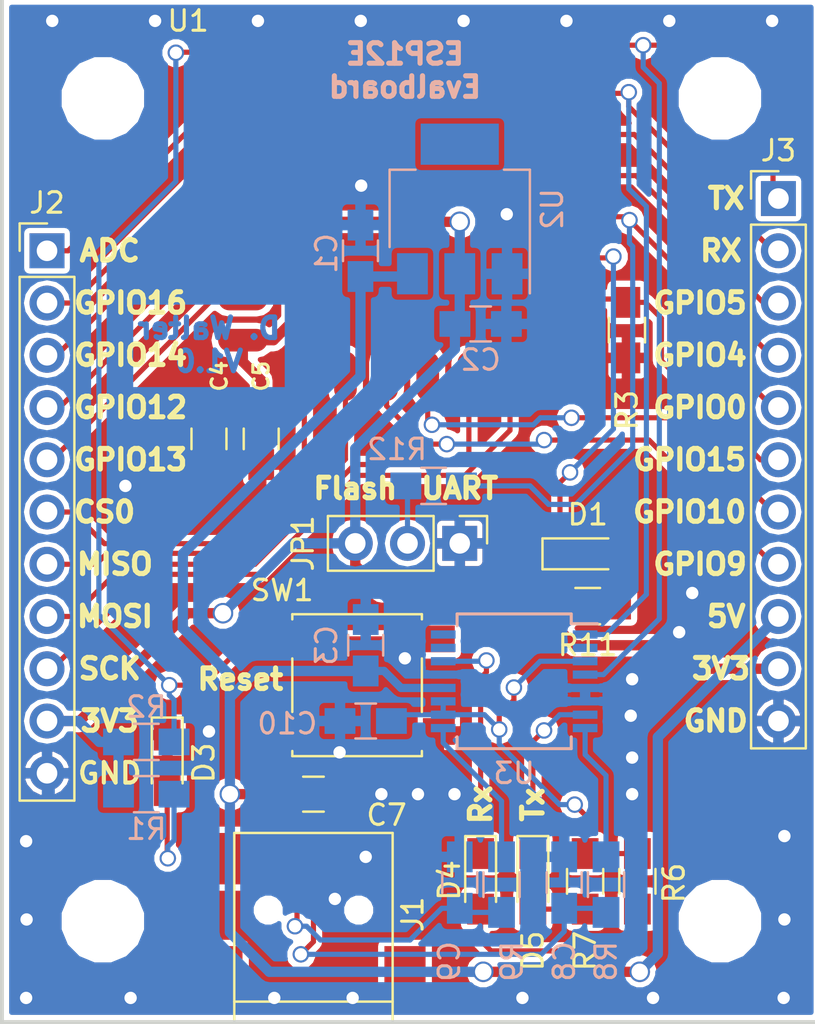
<source format=kicad_pcb>
(kicad_pcb (version 4) (host pcbnew 4.0.7)
  (layers (0 F.Cu signal hide) (31 B.Cu signal) (34 B.Paste user) (35 F.Paste user hide) (36 B.SilkS user) (37 F.SilkS user hide) (38 B.Mask user) (39 F.Mask user) (44 Edge.Cuts user))
  (net 0 "")
  (net 1 GND)
  (net 2 "Net-(D3-Pad2)")
  (net 3 "Net-(J2-Pad1)")
  (net 4 "Net-(J2-Pad2)")
  (net 5 "Net-(J3-Pad3)")
  (net 6 "Net-(J3-Pad4)")
  (net 7 +5V)
  (net 8 "Net-(C8-Pad1)")
  (net 9 "Net-(C9-Pad1)")
  (net 10 "Net-(C10-Pad1)")
  (net 11 "Net-(D4-Pad1)")
  (net 12 "Net-(D4-Pad2)")
  (net 13 "Net-(D5-Pad1)")
  (net 14 "Net-(D5-Pad2)")
  (net 15 "Net-(J2-Pad3)")
  (net 16 "Net-(R8-Pad1)")
  (net 17 "Net-(R9-Pad1)")
  (net 18 "Net-(J2-Pad4)")
  (net 19 "Net-(J2-Pad5)")
  (net 20 +3V3)
  (net 21 "Net-(J3-Pad5)")
  (net 22 "Net-(J3-Pad6)")
  (net 23 "Net-(J2-Pad6)")
  (net 24 "Net-(J2-Pad7)")
  (net 25 "Net-(J2-Pad8)")
  (net 26 "Net-(J2-Pad9)")
  (net 27 /TXD)
  (net 28 /RXD)
  (net 29 "Net-(J3-Pad7)")
  (net 30 "Net-(J3-Pad8)")
  (net 31 "Net-(R2-Pad1)")
  (net 32 "Net-(D1-Pad1)")
  (net 33 "Net-(D1-Pad2)")
  (net 34 "Net-(JP1-Pad2)")
  (module ESP8266:ESP-12E (layer F.Cu) (at 148.966 97.534)
    (fp_text reference U1 (at -2.662 -1.522) (layer F.SilkS))
    (fp_text value ESP-12E)
    (pad 9 smd oval (at 2.99 15.75 90) (size 2.4 1.1) (layers F.Cu F.Paste F.Mask) (net 23 "Net-(J2-Pad6)"))
    (pad 10 smd oval (at 4.99 15.75 90) (size 2.4 1.1) (layers F.Cu F.Paste F.Mask) (net 24 "Net-(J2-Pad7)"))
    (pad 11 smd oval (at 6.99 15.75 90) (size 2.4 1.1) (layers F.Cu F.Paste F.Mask) (net 30 "Net-(J3-Pad8)"))
    (pad 12 smd oval (at 8.99 15.75 90) (size 2.4 1.1) (layers F.Cu F.Paste F.Mask) (net 29 "Net-(J3-Pad7)"))
    (pad 13 smd oval (at 10.99 15.75 90) (size 2.4 1.1) (layers F.Cu F.Paste F.Mask) (net 25 "Net-(J2-Pad8)"))
    (pad 14 smd oval (at 12.99 15.75 90) (size 2.4 1.1) (layers F.Cu F.Paste F.Mask) (net 26 "Net-(J2-Pad9)"))
    (pad 1 smd rect (at 0 0) (size 2.4 1.1) (layers F.Cu F.Paste F.Mask) (net 31 "Net-(R2-Pad1)"))
    (pad 2 smd oval (at 0 2) (size 2.4 1.1) (layers F.Cu F.Paste F.Mask) (net 3 "Net-(J2-Pad1)"))
    (pad 3 smd oval (at 0 4) (size 2.4 1.1) (layers F.Cu F.Paste F.Mask) (net 20 +3V3))
    (pad 4 smd oval (at 0 6) (size 2.4 1.1) (layers F.Cu F.Paste F.Mask) (net 4 "Net-(J2-Pad2)"))
    (pad 5 smd oval (at 0 8) (size 2.4 1.1) (layers F.Cu F.Paste F.Mask) (net 15 "Net-(J2-Pad3)"))
    (pad 6 smd oval (at 0 10) (size 2.4 1.1) (layers F.Cu F.Paste F.Mask) (net 18 "Net-(J2-Pad4)"))
    (pad 7 smd oval (at 0 12) (size 2.4 1.1) (layers F.Cu F.Paste F.Mask) (net 19 "Net-(J2-Pad5)"))
    (pad 8 smd oval (at 0 14) (size 2.4 1.1) (layers F.Cu F.Paste F.Mask) (net 20 +3V3))
    (pad 15 smd oval (at 16 14) (size 2.4 1.1) (layers F.Cu F.Paste F.Mask) (net 1 GND))
    (pad 16 smd oval (at 16 12) (size 2.4 1.1) (layers F.Cu F.Paste F.Mask) (net 22 "Net-(J3-Pad6)"))
    (pad 17 smd oval (at 16 10) (size 2.4 1.1) (layers F.Cu F.Paste F.Mask) (net 32 "Net-(D1-Pad1)"))
    (pad 18 smd oval (at 16 8) (size 2.4 1.1) (layers F.Cu F.Paste F.Mask) (net 21 "Net-(J3-Pad5)"))
    (pad 19 smd oval (at 16 6) (size 2.4 1.1) (layers F.Cu F.Paste F.Mask) (net 6 "Net-(J3-Pad4)"))
    (pad 20 smd oval (at 16 4) (size 2.4 1.1) (layers F.Cu F.Paste F.Mask) (net 5 "Net-(J3-Pad3)"))
    (pad 21 smd oval (at 16 2) (size 2.4 1.1) (layers F.Cu F.Paste F.Mask) (net 28 /RXD))
    (pad 22 smd oval (at 16 0) (size 2.4 1.1) (layers F.Cu F.Paste F.Mask) (net 27 /TXD))
  )
  (module Capacitors_SMD:C_0805_HandSoldering (layer B.Cu) (at 154.686 107.188 90)
    (fp_text reference C1 (at -0.127 -1.651 90) (layer B.SilkS) (effects (justify mirror)))
    (fp_text value 10µF)
    (pad 1 smd rect (at -1.25 0 90) (size 1.5 1.25) (layers B.Cu B.Paste B.Mask) (net 7 +5V))
    (pad 2 smd rect (at 1.25 0 90) (size 1.5 1.25) (layers B.Cu B.Paste B.Mask) (net 1 GND))
  )
  (module Capacitors_SMD:C_0805_HandSoldering (layer B.Cu) (at 160.528 110.744)
    (fp_text reference C2 (at 0 1.75) (layer B.SilkS) (effects (justify mirror)))
    (fp_text value 10µF)
    (pad 1 smd rect (at -1.25 0) (size 1.5 1.25) (layers B.Cu B.Paste B.Mask) (net 20 +3V3))
    (pad 2 smd rect (at 1.25 0) (size 1.5 1.25) (layers B.Cu B.Paste B.Mask) (net 1 GND))
  )
  (module Capacitors_SMD:C_0805_HandSoldering (layer F.Cu) (at 147.32 116.332 270)
    (fp_text reference C4 (at -3.048 -0.508 450) (layer F.SilkS) (effects (font (size 0.75 0.75))))
    (fp_text value 1µF)
    (pad 1 smd rect (at -1.25 0 270) (size 1.5 1.25) (layers F.Cu F.Paste F.Mask) (net 20 +3V3))
    (pad 2 smd rect (at 1.25 0 270) (size 1.5 1.25) (layers F.Cu F.Paste F.Mask) (net 1 GND))
  )
  (module Capacitors_SMD:C_0805_HandSoldering (layer F.Cu) (at 149.86 116.332 270)
    (fp_text reference C5 (at -3.048 0 450) (layer F.SilkS) (effects (font (size 0.75 0.75))))
    (fp_text value 100nF)
    (pad 1 smd rect (at -1.25 0 270) (size 1.5 1.25) (layers F.Cu F.Paste F.Mask) (net 20 +3V3))
    (pad 2 smd rect (at 1.25 0 270) (size 1.5 1.25) (layers F.Cu F.Paste F.Mask) (net 1 GND))
  )
  (module LEDs:LED_0805_HandSoldering (layer F.Cu) (at 145.288 132.08 270)
    (fp_text reference D3 (at 0 -1.778 270) (layer F.SilkS))
    (fp_text value LED)
    (pad 1 smd rect (at -1.35 0 270) (size 1.5 1.3) (layers F.Cu F.Paste F.Mask) (net 1 GND))
    (pad 2 smd rect (at 1.35 0 270) (size 1.5 1.3) (layers F.Cu F.Paste F.Mask) (net 2 "Net-(D3-Pad2)"))
  )
  (module Connect:USB_Mini-B (layer F.Cu) (at 152.4 139.44 90)
    (fp_text reference J1 (at -0.006 4.826 90) (layer F.SilkS))
    (fp_text value USB_OTG)
    (pad 1 smd rect (at 2.8 -1.6 90) (size 2.3 0.5) (layers F.Cu F.Paste F.Mask) (net 7 +5V))
    (pad 2 smd rect (at 2.8 -0.8 90) (size 2.3 0.5) (layers F.Cu F.Paste F.Mask) (net 9 "Net-(C9-Pad1)"))
    (pad 3 smd rect (at 2.8 0 90) (size 2.3 0.5) (layers F.Cu F.Paste F.Mask) (net 8 "Net-(C8-Pad1)"))
    (pad 4 smd rect (at 2.8 0.8 90) (size 2.3 0.5) (layers F.Cu F.Paste F.Mask) (net 1 GND))
    (pad 5 smd rect (at 2.8 1.6 90) (size 2.3 0.5) (layers F.Cu F.Paste F.Mask) (net 1 GND))
    (pad "" smd rect (at 2.7 -4.45 90) (size 2.5 2) (layers F.Cu F.Paste F.Mask))
    (pad "" smd rect (at -2.8 -4.45 90) (size 2.5 2) (layers F.Cu F.Paste F.Mask))
    (pad "" smd rect (at 2.7 4.45 90) (size 2.5 2) (layers F.Cu F.Paste F.Mask))
    (pad "" smd rect (at -2.8 4.45 90) (size 2.5 2) (layers F.Cu F.Paste F.Mask))
    (pad "" np_thru_hole circle (at 0.2 -2.2 90) (size 0.9 0.9) (drill 0.9) (layers *.Cu *.Mask))
    (pad "" np_thru_hole circle (at 0.2 2.2 90) (size 0.9 0.9) (drill 0.9) (layers *.Cu *.Mask))
  )
  (module Resistors_SMD:R_0805_HandSoldering (layer B.Cu) (at 144.272 133.604)
    (fp_text reference R1 (at 0 1.7) (layer B.SilkS) (effects (justify mirror)))
    (fp_text value 270R)
    (pad 1 smd rect (at -1.35 0) (size 1.5 1.3) (layers B.Cu B.Paste B.Mask) (net 20 +3V3))
    (pad 2 smd rect (at 1.35 0) (size 1.5 1.3) (layers B.Cu B.Paste B.Mask) (net 2 "Net-(D3-Pad2)"))
  )
  (module Buttons_Switches_SMD:SW_SPST_B3S-1000 (layer F.Cu) (at 154.521 128.306 180)
    (fp_text reference SW1 (at 3.645 4.608 180) (layer F.SilkS))
    (fp_text value SW_Reset)
    (pad 1 smd rect (at -3.975 -2.25 180) (size 1.55 1.3) (layers F.Cu F.Paste F.Mask) (net 1 GND))
    (pad 1 smd rect (at 3.975 -2.25 180) (size 1.55 1.3) (layers F.Cu F.Paste F.Mask) (net 1 GND))
    (pad 2 smd rect (at -3.975 2.25 180) (size 1.55 1.3) (layers F.Cu F.Paste F.Mask) (net 31 "Net-(R2-Pad1)"))
    (pad 2 smd rect (at 3.975 2.25 180) (size 1.55 1.3) (layers F.Cu F.Paste F.Mask) (net 31 "Net-(R2-Pad1)"))
  )
  (module Housings_SSOP:SSOP-16_5.3x6.2mm_Pitch0.65mm (layer B.Cu) (at 162.158 128.117 180)
    (fp_text reference U3 (at 0 -4.471 180) (layer B.SilkS) (effects (justify mirror)))
    (fp_text value FT230XS)
    (pad 1 smd rect (at -3.45 2.275 180) (size 1.2 0.4) (layers B.Cu B.Paste B.Mask) (net 28 /RXD))
    (pad 2 smd rect (at -3.45 1.625 180) (size 1.2 0.4) (layers B.Cu B.Paste B.Mask))
    (pad 3 smd rect (at -3.45 0.975 180) (size 1.2 0.4) (layers B.Cu B.Paste B.Mask) (net 10 "Net-(C10-Pad1)"))
    (pad 4 smd rect (at -3.45 0.325 180) (size 1.2 0.4) (layers B.Cu B.Paste B.Mask) (net 27 /TXD))
    (pad 5 smd rect (at -3.45 -0.325 180) (size 1.2 0.4) (layers B.Cu B.Paste B.Mask) (net 1 GND))
    (pad 6 smd rect (at -3.45 -0.975 180) (size 1.2 0.4) (layers B.Cu B.Paste B.Mask) (net 1 GND))
    (pad 7 smd rect (at -3.45 -1.625 180) (size 1.2 0.4) (layers B.Cu B.Paste B.Mask) (net 13 "Net-(D5-Pad1)"))
    (pad 8 smd rect (at -3.45 -2.275 180) (size 1.2 0.4) (layers B.Cu B.Paste B.Mask) (net 16 "Net-(R8-Pad1)"))
    (pad 9 smd rect (at 3.45 -2.275 180) (size 1.2 0.4) (layers B.Cu B.Paste B.Mask) (net 17 "Net-(R9-Pad1)"))
    (pad 10 smd rect (at 3.45 -1.625 180) (size 1.2 0.4) (layers B.Cu B.Paste B.Mask) (net 10 "Net-(C10-Pad1)"))
    (pad 11 smd rect (at 3.45 -0.975 180) (size 1.2 0.4) (layers B.Cu B.Paste B.Mask) (net 10 "Net-(C10-Pad1)"))
    (pad 12 smd rect (at 3.45 -0.325 180) (size 1.2 0.4) (layers B.Cu B.Paste B.Mask) (net 7 +5V))
    (pad 13 smd rect (at 3.45 0.325 180) (size 1.2 0.4) (layers B.Cu B.Paste B.Mask) (net 1 GND))
    (pad 14 smd rect (at 3.45 0.975 180) (size 1.2 0.4) (layers B.Cu B.Paste B.Mask) (net 11 "Net-(D4-Pad1)"))
    (pad 15 smd rect (at 3.45 1.625 180) (size 1.2 0.4) (layers B.Cu B.Paste B.Mask))
    (pad 16 smd rect (at 3.45 2.275 180) (size 1.2 0.4) (layers B.Cu B.Paste B.Mask))
  )
  (module Capacitors_SMD:C_0805_HandSoldering (layer F.Cu) (at 152.4 133.604)
    (fp_text reference C7 (at 3.556 1.016) (layer F.SilkS))
    (fp_text value 10nF)
    (pad 1 smd rect (at -1.25 0) (size 1.5 1.25) (layers F.Cu F.Paste F.Mask) (net 7 +5V))
    (pad 2 smd rect (at 1.25 0) (size 1.5 1.25) (layers F.Cu F.Paste F.Mask) (net 1 GND))
  )
  (module Capacitors_SMD:C_0805_HandSoldering (layer B.Cu) (at 164.592 137.902 90)
    (fp_text reference C8 (at -3.83 0 90) (layer B.SilkS) (effects (justify mirror)))
    (fp_text value 47pF)
    (pad 1 smd rect (at -1.25 0 90) (size 1.5 1.25) (layers B.Cu B.Paste B.Mask) (net 8 "Net-(C8-Pad1)"))
    (pad 2 smd rect (at 1.25 0 90) (size 1.5 1.25) (layers B.Cu B.Paste B.Mask) (net 1 GND))
  )
  (module Capacitors_SMD:C_0805_HandSoldering (layer B.Cu) (at 159.512 137.902 90)
    (fp_text reference C9 (at -3.83 -0.508 90) (layer B.SilkS) (effects (justify mirror)))
    (fp_text value 47pF)
    (pad 1 smd rect (at -1.25 0 90) (size 1.5 1.25) (layers B.Cu B.Paste B.Mask) (net 9 "Net-(C9-Pad1)"))
    (pad 2 smd rect (at 1.25 0 90) (size 1.5 1.25) (layers B.Cu B.Paste B.Mask) (net 1 GND))
  )
  (module Capacitors_SMD:C_0805_HandSoldering (layer B.Cu) (at 154.94 130.048 180)
    (fp_text reference C10 (at 3.81 -0.127 180) (layer B.SilkS) (effects (justify mirror)))
    (fp_text value 100nF)
    (pad 1 smd rect (at -1.25 0 180) (size 1.5 1.25) (layers B.Cu B.Paste B.Mask) (net 10 "Net-(C10-Pad1)"))
    (pad 2 smd rect (at 1.25 0 180) (size 1.5 1.25) (layers B.Cu B.Paste B.Mask) (net 1 GND))
  )
  (module LEDs:LED_0805_HandSoldering (layer F.Cu) (at 160.528 137.842 270)
    (fp_text reference D4 (at -0.047 1.524 270) (layer F.SilkS))
    (fp_text value LED)
    (pad 1 smd rect (at -1.35 0 270) (size 1.5 1.3) (layers F.Cu F.Paste F.Mask) (net 11 "Net-(D4-Pad1)"))
    (pad 2 smd rect (at 1.35 0 270) (size 1.5 1.3) (layers F.Cu F.Paste F.Mask) (net 12 "Net-(D4-Pad2)"))
  )
  (module LEDs:LED_0805_HandSoldering (layer F.Cu) (at 163.068 137.842 270)
    (fp_text reference D5 (at 3.382 0 270) (layer F.SilkS))
    (fp_text value LED)
    (pad 1 smd rect (at -1.35 0 270) (size 1.5 1.3) (layers F.Cu F.Paste F.Mask) (net 13 "Net-(D5-Pad1)"))
    (pad 2 smd rect (at 1.35 0 270) (size 1.5 1.3) (layers F.Cu F.Paste F.Mask) (net 14 "Net-(D5-Pad2)"))
  )
  (module Resistors_SMD:R_0805_HandSoldering (layer F.Cu) (at 168.148 137.842 90)
    (fp_text reference R6 (at -0.08 1.778 90) (layer F.SilkS))
    (fp_text value 270R)
    (pad 1 smd rect (at -1.35 0 90) (size 1.5 1.3) (layers F.Cu F.Paste F.Mask) (net 12 "Net-(D4-Pad2)"))
    (pad 2 smd rect (at 1.35 0 90) (size 1.5 1.3) (layers F.Cu F.Paste F.Mask) (net 10 "Net-(C10-Pad1)"))
  )
  (module Resistors_SMD:R_0805_HandSoldering (layer F.Cu) (at 165.608 137.842 90)
    (fp_text reference R7 (at -3.382 0 90) (layer F.SilkS))
    (fp_text value 270R)
    (pad 1 smd rect (at -1.35 0 90) (size 1.5 1.3) (layers F.Cu F.Paste F.Mask) (net 14 "Net-(D5-Pad2)"))
    (pad 2 smd rect (at 1.35 0 90) (size 1.5 1.3) (layers F.Cu F.Paste F.Mask) (net 10 "Net-(C10-Pad1)"))
  )
  (module Resistors_SMD:R_0805_HandSoldering (layer B.Cu) (at 166.624 138.002 270)
    (fp_text reference R8 (at 3.73 0 270) (layer B.SilkS) (effects (justify mirror)))
    (fp_text value 27R)
    (pad 1 smd rect (at -1.35 0 270) (size 1.5 1.3) (layers B.Cu B.Paste B.Mask) (net 16 "Net-(R8-Pad1)"))
    (pad 2 smd rect (at 1.35 0 270) (size 1.5 1.3) (layers B.Cu B.Paste B.Mask) (net 8 "Net-(C8-Pad1)"))
  )
  (module Resistors_SMD:R_0805_HandSoldering (layer B.Cu) (at 161.544 138.002 270)
    (fp_text reference R9 (at 3.73 -0.508 270) (layer B.SilkS) (effects (justify mirror)))
    (fp_text value 27R)
    (pad 1 smd rect (at -1.35 0 270) (size 1.5 1.3) (layers B.Cu B.Paste B.Mask) (net 17 "Net-(R9-Pad1)"))
    (pad 2 smd rect (at 1.35 0 270) (size 1.5 1.3) (layers B.Cu B.Paste B.Mask) (net 9 "Net-(C9-Pad1)"))
  )
  (module TO_SOT_Packages_SMD:SOT-223 (layer B.Cu) (at 159.512 105.156 90)
    (fp_text reference U2 (at 0 4.5 90) (layer B.SilkS) (effects (justify mirror)))
    (fp_text value NCP1117ST33T3G)
    (pad 4 smd rect (at 3.15 0 90) (size 2 3.8) (layers B.Cu B.Paste B.Mask))
    (pad 2 smd rect (at -3.15 0 90) (size 2 1.5) (layers B.Cu B.Paste B.Mask) (net 20 +3V3))
    (pad 3 smd rect (at -3.15 -2.3 90) (size 2 1.5) (layers B.Cu B.Paste B.Mask) (net 7 +5V))
    (pad 1 smd rect (at -3.15 2.3 90) (size 2 1.5) (layers B.Cu B.Paste B.Mask) (net 1 GND))
  )
  (module EuroBoard_Outline:EuroBoard_achtel_Type-I_40mmX50mm_holes (layer F.Cu) (at 137.16 144.78)
    (fp_text reference REF** (at 19.99996 -52.99964) (layer F.SilkS))
    (fp_text value EuroBoard_achtel_Type-I_40mmX50mm_holes)
    (fp_line (start 0 0) (end 39.99992 0) (layer Edge.Cuts) (width 0.381))
    (fp_line (start 39.99992 0) (end 39.99992 -49.9999) (layer Edge.Cuts) (width 0.381))
    (fp_line (start 39.99992 -49.9999) (end 0 -49.9999) (layer Edge.Cuts) (width 0.381))
    (fp_line (start 0 -49.9999) (end 0 0) (layer Edge.Cuts) (width 0.381))
    (pad "" np_thru_hole circle (at 5.00126 -5.00126) (size 3.50012 3.50012) (drill 3.50012) (layers *.Cu *.Mask))
    (pad "" np_thru_hole circle (at 5.00126 -45.00118) (size 3.50012 3.50012) (drill 3.50012) (layers *.Cu *.Mask))
    (pad "" np_thru_hole circle (at 35.0012 -45.00118) (size 3.50012 3.50012) (drill 3.50012) (layers *.Cu *.Mask))
    (pad "" np_thru_hole circle (at 35.0012 -5.00126) (size 3.50012 3.50012) (drill 3.50012) (layers *.Cu *.Mask))
  )
  (module Pin_Headers:Pin_Header_Straight_1x11_Pitch2.54mm (layer F.Cu) (at 139.446 107.188)
    (fp_text reference J2 (at 0 -2.33) (layer F.SilkS))
    (fp_text value Conn_01x11)
    (pad 1 thru_hole rect (at 0 0) (size 1.7 1.7) (drill 1) (layers *.Cu *.Mask) (net 3 "Net-(J2-Pad1)"))
    (pad 2 thru_hole oval (at 0 2.54) (size 1.7 1.7) (drill 1) (layers *.Cu *.Mask) (net 4 "Net-(J2-Pad2)"))
    (pad 3 thru_hole oval (at 0 5.08) (size 1.7 1.7) (drill 1) (layers *.Cu *.Mask) (net 15 "Net-(J2-Pad3)"))
    (pad 4 thru_hole oval (at 0 7.62) (size 1.7 1.7) (drill 1) (layers *.Cu *.Mask) (net 18 "Net-(J2-Pad4)"))
    (pad 5 thru_hole oval (at 0 10.16) (size 1.7 1.7) (drill 1) (layers *.Cu *.Mask) (net 19 "Net-(J2-Pad5)"))
    (pad 6 thru_hole oval (at 0 12.7) (size 1.7 1.7) (drill 1) (layers *.Cu *.Mask) (net 23 "Net-(J2-Pad6)"))
    (pad 7 thru_hole oval (at 0 15.24) (size 1.7 1.7) (drill 1) (layers *.Cu *.Mask) (net 24 "Net-(J2-Pad7)"))
    (pad 8 thru_hole oval (at 0 17.78) (size 1.7 1.7) (drill 1) (layers *.Cu *.Mask) (net 25 "Net-(J2-Pad8)"))
    (pad 9 thru_hole oval (at 0 20.32) (size 1.7 1.7) (drill 1) (layers *.Cu *.Mask) (net 26 "Net-(J2-Pad9)"))
    (pad 10 thru_hole oval (at 0 22.86) (size 1.7 1.7) (drill 1) (layers *.Cu *.Mask) (net 20 +3V3))
    (pad 11 thru_hole oval (at 0 25.4) (size 1.7 1.7) (drill 1) (layers *.Cu *.Mask) (net 1 GND))
  )
  (module Pin_Headers:Pin_Header_Straight_1x11_Pitch2.54mm (layer F.Cu) (at 175.006 104.648)
    (fp_text reference J3 (at 0 -2.33) (layer F.SilkS))
    (fp_text value Conn_01x11)
    (pad 1 thru_hole rect (at 0 0) (size 1.7 1.7) (drill 1) (layers *.Cu *.Mask) (net 27 /TXD))
    (pad 2 thru_hole oval (at 0 2.54) (size 1.7 1.7) (drill 1) (layers *.Cu *.Mask) (net 28 /RXD))
    (pad 3 thru_hole oval (at 0 5.08) (size 1.7 1.7) (drill 1) (layers *.Cu *.Mask) (net 5 "Net-(J3-Pad3)"))
    (pad 4 thru_hole oval (at 0 7.62) (size 1.7 1.7) (drill 1) (layers *.Cu *.Mask) (net 6 "Net-(J3-Pad4)"))
    (pad 5 thru_hole oval (at 0 10.16) (size 1.7 1.7) (drill 1) (layers *.Cu *.Mask) (net 21 "Net-(J3-Pad5)"))
    (pad 6 thru_hole oval (at 0 12.7) (size 1.7 1.7) (drill 1) (layers *.Cu *.Mask) (net 22 "Net-(J3-Pad6)"))
    (pad 7 thru_hole oval (at 0 15.24) (size 1.7 1.7) (drill 1) (layers *.Cu *.Mask) (net 29 "Net-(J3-Pad7)"))
    (pad 8 thru_hole oval (at 0 17.78) (size 1.7 1.7) (drill 1) (layers *.Cu *.Mask) (net 30 "Net-(J3-Pad8)"))
    (pad 9 thru_hole oval (at 0 20.32) (size 1.7 1.7) (drill 1) (layers *.Cu *.Mask) (net 7 +5V))
    (pad 10 thru_hole oval (at 0 22.86) (size 1.7 1.7) (drill 1) (layers *.Cu *.Mask) (net 20 +3V3))
    (pad 11 thru_hole oval (at 0 25.4) (size 1.7 1.7) (drill 1) (layers *.Cu *.Mask) (net 1 GND))
  )
  (module Resistors_SMD:R_0805_HandSoldering (layer B.Cu) (at 144.272 131.064 180)
    (fp_text reference R2 (at 0 1.7 180) (layer B.SilkS) (effects (justify mirror)))
    (fp_text value 10k)
    (pad 1 smd rect (at -1.35 0 180) (size 1.5 1.3) (layers B.Cu B.Paste B.Mask) (net 31 "Net-(R2-Pad1)"))
    (pad 2 smd rect (at 1.35 0 180) (size 1.5 1.3) (layers B.Cu B.Paste B.Mask) (net 20 +3V3))
  )
  (module Resistors_SMD:R_0805_HandSoldering (layer F.Cu) (at 167.64 111.045 90)
    (fp_text reference R3 (at -3.89 0 90) (layer F.SilkS))
    (fp_text value 4k7)
    (pad 1 smd rect (at -1.35 0 90) (size 1.5 1.3) (layers F.Cu F.Paste F.Mask) (net 1 GND))
    (pad 2 smd rect (at 1.35 0 90) (size 1.5 1.3) (layers F.Cu F.Paste F.Mask) (net 22 "Net-(J3-Pad6)"))
  )
  (module Capacitors_SMD:C_0805_HandSoldering (layer B.Cu) (at 154.94 126.365 90)
    (fp_text reference C3 (at 0 -1.905 90) (layer B.SilkS) (effects (justify mirror)))
    (fp_text value 100nF)
    (pad 1 smd rect (at -1.25 0 90) (size 1.5 1.25) (layers B.Cu B.Paste B.Mask) (net 7 +5V))
    (pad 2 smd rect (at 1.25 0 90) (size 1.5 1.25) (layers B.Cu B.Paste B.Mask) (net 1 GND))
  )
  (module LEDs:LED_0805_HandSoldering (layer F.Cu) (at 165.735 121.92)
    (fp_text reference D1 (at 0 -1.905) (layer F.SilkS))
    (fp_text value LED)
    (pad 1 smd rect (at -1.35 0) (size 1.5 1.3) (layers F.Cu F.Paste F.Mask) (net 32 "Net-(D1-Pad1)"))
    (pad 2 smd rect (at 1.35 0) (size 1.5 1.3) (layers F.Cu F.Paste F.Mask) (net 33 "Net-(D1-Pad2)"))
  )
  (module Pin_Headers:Pin_Header_Straight_1x03_Pitch2.54mm (layer F.Cu) (at 159.512 121.412 270)
    (fp_text reference JP1 (at 0 7.62 270) (layer F.SilkS))
    (fp_text value Flash/UART)
    (pad 1 thru_hole rect (at 0 0 270) (size 1.7 1.7) (drill 1) (layers *.Cu *.Mask) (net 1 GND))
    (pad 2 thru_hole oval (at 0 2.54 270) (size 1.7 1.7) (drill 1) (layers *.Cu *.Mask) (net 34 "Net-(JP1-Pad2)"))
    (pad 3 thru_hole oval (at 0 5.08 270) (size 1.7 1.7) (drill 1) (layers *.Cu *.Mask) (net 20 +3V3))
  )
  (module Resistors_SMD:R_0805_HandSoldering (layer F.Cu) (at 165.735 124.46 180)
    (fp_text reference R11 (at 0 -1.905 180) (layer F.SilkS))
    (fp_text value 270R)
    (pad 1 smd rect (at -1.35 0 180) (size 1.5 1.3) (layers F.Cu F.Paste F.Mask) (net 33 "Net-(D1-Pad2)"))
    (pad 2 smd rect (at 1.35 0 180) (size 1.5 1.3) (layers F.Cu F.Paste F.Mask) (net 20 +3V3))
  )
  (module Resistors_SMD:R_0805_HandSoldering (layer B.Cu) (at 158.242 118.618)
    (fp_text reference R12 (at -1.778 -1.778) (layer B.SilkS) (effects (justify mirror)))
    (fp_text value 4k7)
    (pad 1 smd rect (at -1.35 0) (size 1.5 1.3) (layers B.Cu B.Paste B.Mask) (net 34 "Net-(JP1-Pad2)"))
    (pad 2 smd rect (at 1.35 0) (size 1.5 1.3) (layers B.Cu B.Paste B.Mask) (net 21 "Net-(J3-Pad5)"))
  )
  (gr_text 5V (at 172.466 124.968) (layer F.SilkS) (effects (font (size 1 1) (thickness 0.25))))
  (gr_text CS0 (at 142.24 119.888) (layer F.SilkS) (effects (font (size 1 1) (thickness 0.25))))
  (gr_text "ESP12E\nEvalboard" (at 156.845 98.425) (layer B.SilkS) (effects (font (size 1 1) (thickness 0.25)) (justify mirror)))
  (gr_text "D. Walter\nV1.0" (at 147.32 111.76) (layer B.Cu) (effects (font (size 1 1) (thickness 0.25)) (justify mirror)))
  (gr_text UART (at 159.512 118.745) (layer F.SilkS) (effects (font (size 1 1) (thickness 0.25))))
  (gr_text Flash (at 154.432 118.745) (layer F.SilkS) (effects (font (size 1 1) (thickness 0.25))))
  (gr_text MISO (at 142.748 122.428) (layer F.SilkS) (effects (font (size 1 1) (thickness 0.25))))
  (gr_text GPIO9 (at 171.196 122.428) (layer F.SilkS) (effects (font (size 1 1) (thickness 0.25))))
  (gr_text GPIO10 (at 170.688 119.888) (layer F.SilkS) (effects (font (size 1 1) (thickness 0.25))))
  (gr_text MOSI (at 142.748 124.968) (layer F.SilkS) (effects (font (size 1 1) (thickness 0.25))))
  (gr_text SCK (at 142.494 127.508) (layer F.SilkS) (effects (font (size 1 1) (thickness 0.25))))
  (gr_text GND (at 171.958 130.048) (layer F.SilkS) (effects (font (size 1 1) (thickness 0.25))))
  (gr_text 3V3 (at 172.212 127.508) (layer F.SilkS) (effects (font (size 1 1) (thickness 0.25))))
  (gr_text GPIO15 (at 170.688 117.348) (layer F.SilkS) (effects (font (size 1 1) (thickness 0.25))))
  (gr_text GPIO0 (at 171.196 114.808) (layer F.SilkS) (effects (font (size 1 1) (thickness 0.25))))
  (gr_text GPIO4 (at 171.196 112.268) (layer F.SilkS) (effects (font (size 1 1) (thickness 0.25))))
  (gr_text GPIO5 (at 171.196 109.728) (layer F.SilkS) (effects (font (size 1 1) (thickness 0.25))))
  (gr_text RX (at 172.212 107.188) (layer F.SilkS) (effects (font (size 1 1) (thickness 0.25))))
  (gr_text TX (at 172.466 104.648) (layer F.SilkS) (effects (font (size 1 1) (thickness 0.25))))
  (gr_text GND (at 142.494 132.588) (layer F.SilkS) (effects (font (size 1 1) (thickness 0.2))))
  (gr_text 3V3 (at 142.494 130.048) (layer F.SilkS) (effects (font (size 1 1) (thickness 0.25))))
  (gr_text GPIO13 (at 143.51 117.348) (layer F.SilkS) (effects (font (size 1 1) (thickness 0.25))))
  (gr_text GPIO12 (at 143.51 114.808) (layer F.SilkS) (effects (font (size 1 1) (thickness 0.25))))
  (gr_text GPIO14 (at 143.51 112.268) (layer F.SilkS) (effects (font (size 1 1) (thickness 0.25))))
  (gr_text GPIO16 (at 143.51 109.728) (layer F.SilkS) (effects (font (size 1 1) (thickness 0.25))))
  (gr_text ADC (at 142.494 107.188) (layer F.SilkS) (effects (font (size 1 1) (thickness 0.25))))
  (gr_text Rx (at 160.528 134.112 90) (layer F.SilkS) (effects (font (size 1 1) (thickness 0.25))))
  (gr_text Tx (at 163.068 134.112 90) (layer F.SilkS) (effects (font (size 1 1) (thickness 0.25))))
  (gr_text Reset (at 148.844 128.016) (layer F.SilkS) (effects (font (size 1 1) (thickness 0.25))))
  (segment (start 150.495 143.51) (end 149.929315 143.51) (width 0.25) (layer F.Cu) (net 1))
  (segment (start 149.929315 143.51) (end 149.277099 144.162216) (width 0.25) (layer F.Cu) (net 1))
  (segment (start 149.277099 144.162216) (end 144.162216 144.162216) (width 0.25) (layer F.Cu) (net 1))
  (segment (start 144.162216 144.162216) (end 143.51 143.51) (width 0.25) (layer F.Cu) (net 1))
  (segment (start 175.006 130.048) (end 175.006 135.351252) (width 0.25) (layer F.Cu) (net 1))
  (segment (start 175.006 135.351252) (end 175.296396 135.641648) (width 0.25) (layer F.Cu) (net 1))
  (segment (start 175.296396 139.695041) (end 175.296396 135.641648) (width 0.25) (layer F.Cu) (net 1))
  (via (at 175.296396 135.641648) (size 0.8) (drill 0.6) (layers F.Cu B.Cu) (net 1))
  (segment (start 175.26 139.731437) (end 175.296396 139.695041) (width 0.25) (layer B.Cu) (net 1))
  (segment (start 175.26 143.51) (end 175.26 139.731437) (width 0.25) (layer B.Cu) (net 1))
  (via (at 175.296396 139.695041) (size 0.8) (drill 0.6) (layers F.Cu B.Cu) (net 1))
  (segment (start 168.91 143.51) (end 175.26 143.51) (width 0.25) (layer F.Cu) (net 1))
  (segment (start 162.56 143.51) (end 168.91 143.51) (width 0.25) (layer F.Cu) (net 1))
  (segment (start 143.51 143.51) (end 138.43 143.51) (width 0.25) (layer F.Cu) (net 1))
  (segment (start 138.43 143.51) (end 138.43 139.719801) (width 0.25) (layer F.Cu) (net 1))
  (segment (start 138.43 139.719801) (end 138.453099 139.696702) (width 0.25) (layer F.Cu) (net 1))
  (segment (start 138.43 139.673603) (end 138.453099 139.696702) (width 0.25) (layer F.Cu) (net 1))
  (segment (start 138.43 135.89) (end 138.43 139.673603) (width 0.25) (layer F.Cu) (net 1))
  (via (at 138.453099 139.696702) (size 0.8) (drill 0.6) (layers F.Cu B.Cu) (net 1))
  (segment (start 158.708 127.792) (end 157.637 127.792) (width 0.25) (layer B.Cu) (net 1))
  (segment (start 157.637 127.792) (end 156.845 127) (width 0.25) (layer B.Cu) (net 1))
  (via (at 156.845 127) (size 0.8) (drill 0.6) (layers F.Cu B.Cu) (net 1))
  (segment (start 170.18 125.73) (end 170.18 124.46) (width 0.25) (layer F.Cu) (net 1))
  (segment (start 170.18 124.46) (end 170.815 123.825) (width 0.25) (layer F.Cu) (net 1))
  (via (at 170.815 123.825) (size 0.8) (drill 0.6) (layers F.Cu B.Cu) (net 1))
  (segment (start 167.894 128.016) (end 170.18 125.73) (width 0.25) (layer B.Cu) (net 1))
  (via (at 170.18 125.73) (size 0.8) (drill 0.6) (layers F.Cu B.Cu) (net 1))
  (segment (start 153.2 138.455824) (end 153.441013 138.696837) (width 0.25) (layer F.Cu) (net 1))
  (segment (start 153.2 136.64) (end 153.2 138.455824) (width 0.25) (layer F.Cu) (net 1))
  (via (at 153.441013 138.696837) (size 0.8) (drill 0.6) (layers F.Cu B.Cu) (net 1))
  (segment (start 154 136.64) (end 154.928 136.64) (width 0.25) (layer F.Cu) (net 1))
  (segment (start 154.928 136.64) (end 154.94 136.652) (width 0.25) (layer F.Cu) (net 1))
  (via (at 154.94 136.652) (size 0.8) (drill 0.6) (layers F.Cu B.Cu) (net 1))
  (segment (start 154.686 104.055392) (end 154.720519 104.020873) (width 0.25) (layer B.Cu) (net 1))
  (segment (start 154.686 105.938) (end 154.686 104.055392) (width 0.25) (layer B.Cu) (net 1))
  (via (at 154.720519 104.020873) (size 0.8) (drill 0.6) (layers F.Cu B.Cu) (net 1))
  (segment (start 154.305 143.51) (end 154.867425 143.51) (width 0.25) (layer F.Cu) (net 1))
  (segment (start 154.867425 143.51) (end 155.445592 144.088167) (width 0.25) (layer F.Cu) (net 1))
  (segment (start 155.445592 144.088167) (end 158.384081 144.088167) (width 0.25) (layer F.Cu) (net 1))
  (segment (start 158.384081 144.088167) (end 158.962248 143.51) (width 0.25) (layer F.Cu) (net 1))
  (segment (start 158.962248 143.51) (end 159.385 143.51) (width 0.25) (layer F.Cu) (net 1))
  (segment (start 174.752 130.048) (end 175.24711 130.54311) (width 0.25) (layer F.Cu) (net 1))
  (segment (start 150.495 143.51) (end 154.305 143.51) (width 0.25) (layer B.Cu) (net 1))
  (via (at 154.305 143.51) (size 0.8) (drill 0.6) (layers F.Cu B.Cu) (net 1))
  (via (at 150.495 143.51) (size 0.8) (drill 0.6) (layers F.Cu B.Cu) (net 1))
  (segment (start 167.894 131.826) (end 167.894 133.604) (width 0.25) (layer B.Cu) (net 1))
  (via (at 167.894 133.604) (size 0.8) (drill 0.6) (layers F.Cu B.Cu) (net 1))
  (segment (start 167.825553 129.790349) (end 167.825553 131.757553) (width 0.25) (layer F.Cu) (net 1))
  (segment (start 167.825553 131.757553) (end 167.894 131.826) (width 0.25) (layer F.Cu) (net 1))
  (via (at 167.894 131.826) (size 0.8) (drill 0.6) (layers F.Cu B.Cu) (net 1))
  (via (at 175.26 143.51) (size 0.8) (drill 0.6) (layers F.Cu B.Cu) (net 1))
  (via (at 168.91 143.51) (size 0.8) (drill 0.6) (layers F.Cu B.Cu) (net 1))
  (segment (start 159.385 143.51) (end 162.56 143.51) (width 0.25) (layer F.Cu) (net 1))
  (via (at 162.56 143.51) (size 0.8) (drill 0.6) (layers F.Cu B.Cu) (net 1))
  (via (at 143.51 143.51) (size 0.8) (drill 0.6) (layers F.Cu B.Cu) (net 1))
  (via (at 138.43 143.51) (size 0.8) (drill 0.6) (layers F.Cu B.Cu) (net 1))
  (segment (start 139.7 132.588) (end 139.7 134.62) (width 0.25) (layer B.Cu) (net 1))
  (segment (start 139.7 134.62) (end 138.43 135.89) (width 0.25) (layer B.Cu) (net 1))
  (via (at 138.43 135.89) (size 0.8) (drill 0.6) (layers F.Cu B.Cu) (net 1))
  (segment (start 165.608 128.442) (end 167.468 128.442) (width 0.25) (layer B.Cu) (net 1))
  (segment (start 167.468 128.442) (end 167.894 128.016) (width 0.25) (layer B.Cu) (net 1))
  (via (at 167.894 128.016) (size 0.8) (drill 0.6) (layers F.Cu B.Cu) (net 1))
  (segment (start 147.32 117.582) (end 144.292 117.582) (width 0.25) (layer F.Cu) (net 1))
  (segment (start 144.292 117.582) (end 143.256 118.618) (width 0.25) (layer F.Cu) (net 1))
  (via (at 143.256 118.618) (size 0.8) (drill 0.6) (layers F.Cu B.Cu) (net 1))
  (segment (start 167.127204 129.092) (end 167.825553 129.790349) (width 0.25) (layer B.Cu) (net 1))
  (segment (start 165.608 129.092) (end 167.127204 129.092) (width 0.25) (layer B.Cu) (net 1))
  (via (at 167.825553 129.790349) (size 0.8) (drill 0.6) (layers F.Cu B.Cu) (net 1))
  (segment (start 161.798 105.41) (end 161.798 98.11) (width 0.25) (layer F.Cu) (net 1))
  (segment (start 161.798 98.11) (end 159.7 96.012) (width 0.25) (layer F.Cu) (net 1))
  (segment (start 169.7 96.012) (end 174.7 96.012) (width 0.25) (layer F.Cu) (net 1))
  (segment (start 164.7 96.012) (end 169.7 96.012) (width 0.25) (layer F.Cu) (net 1))
  (segment (start 159.7 96.012) (end 164.7 96.012) (width 0.25) (layer F.Cu) (net 1))
  (segment (start 154.7 96.012) (end 159.7 96.012) (width 0.25) (layer F.Cu) (net 1))
  (segment (start 149.7 96.012) (end 154.7 96.012) (width 0.25) (layer F.Cu) (net 1))
  (segment (start 144.7 96.012) (end 149.7 96.012) (width 0.25) (layer F.Cu) (net 1))
  (segment (start 139.7 96.012) (end 144.7 96.012) (width 0.25) (layer F.Cu) (net 1))
  (via (at 174.7 96.012) (size 0.8) (drill 0.6) (layers F.Cu B.Cu) (net 1))
  (via (at 169.7 96.012) (size 0.8) (drill 0.6) (layers F.Cu B.Cu) (net 1))
  (via (at 164.7 96.012) (size 0.8) (drill 0.6) (layers F.Cu B.Cu) (net 1))
  (via (at 159.7 96.012) (size 0.8) (drill 0.6) (layers F.Cu B.Cu) (net 1))
  (via (at 154.7 96.012) (size 0.8) (drill 0.6) (layers F.Cu B.Cu) (net 1))
  (via (at 149.7 96.012) (size 0.8) (drill 0.6) (layers F.Cu B.Cu) (net 1))
  (via (at 144.7 96.012) (size 0.8) (drill 0.6) (layers F.Cu B.Cu) (net 1))
  (via (at 139.7 96.012) (size 0.8) (drill 0.6) (layers F.Cu B.Cu) (net 1))
  (segment (start 153.69 130.048) (end 153.69 131.552) (width 0.25) (layer B.Cu) (net 1))
  (segment (start 153.69 131.552) (end 153.67 131.572) (width 0.25) (layer B.Cu) (net 1))
  (via (at 153.67 131.572) (size 0.8) (drill 0.6) (layers F.Cu B.Cu) (net 1))
  (segment (start 150.546 130.556) (end 147.32 130.556) (width 0.25) (layer F.Cu) (net 1))
  (via (at 147.32 130.556) (size 0.8) (drill 0.6) (layers F.Cu B.Cu) (net 1))
  (segment (start 157.48 133.604) (end 159.258 133.604) (width 0.25) (layer F.Cu) (net 1))
  (via (at 159.258 133.604) (size 0.8) (drill 0.6) (layers F.Cu B.Cu) (net 1))
  (segment (start 155.702 133.604) (end 157.48 133.604) (width 0.25) (layer B.Cu) (net 1))
  (via (at 157.48 133.604) (size 0.8) (drill 0.6) (layers F.Cu B.Cu) (net 1))
  (segment (start 153.65 133.604) (end 155.702 133.604) (width 0.25) (layer F.Cu) (net 1))
  (via (at 155.702 133.604) (size 0.8) (drill 0.6) (layers F.Cu B.Cu) (net 1))
  (segment (start 161.812 108.306) (end 161.812 105.424) (width 0.25) (layer B.Cu) (net 1))
  (segment (start 161.812 105.424) (end 161.798 105.41) (width 0.25) (layer B.Cu) (net 1))
  (via (at 161.798 105.41) (size 0.8) (drill 0.6) (layers F.Cu B.Cu) (net 1))
  (segment (start 145.622 133.604) (end 145.622 135.850108) (width 0.25) (layer B.Cu) (net 2))
  (segment (start 145.622 135.850108) (end 145.317676 136.154432) (width 0.25) (layer B.Cu) (net 2))
  (segment (start 145.317676 136.154432) (end 145.317676 136.720757) (width 0.25) (layer B.Cu) (net 2))
  (segment (start 145.288 133.43) (end 145.288 136.691081) (width 0.25) (layer F.Cu) (net 2))
  (segment (start 145.288 136.691081) (end 145.317676 136.720757) (width 0.25) (layer F.Cu) (net 2))
  (via (at 145.317676 136.720757) (size 0.8) (drill 0.6) (layers F.Cu B.Cu) (net 2))
  (segment (start 139.7 107.188) (end 140.471811 107.188) (width 0.25) (layer F.Cu) (net 3))
  (segment (start 140.471811 107.188) (end 148.125811 99.534) (width 0.25) (layer F.Cu) (net 3))
  (segment (start 148.125811 99.534) (end 148.966 99.534) (width 0.25) (layer F.Cu) (net 3))
  (segment (start 139.7 109.728) (end 140.669711 109.728) (width 0.25) (layer F.Cu) (net 4))
  (segment (start 140.669711 109.728) (end 146.863711 103.534) (width 0.25) (layer F.Cu) (net 4))
  (segment (start 146.863711 103.534) (end 148.966 103.534) (width 0.25) (layer F.Cu) (net 4))
  (segment (start 164.966 101.534) (end 167.999977 101.534) (width 0.25) (layer F.Cu) (net 5))
  (segment (start 173.109994 108.54796) (end 174.290034 109.728) (width 0.25) (layer F.Cu) (net 5))
  (segment (start 167.999977 101.534) (end 173.109994 106.644017) (width 0.25) (layer F.Cu) (net 5))
  (segment (start 173.109994 106.644017) (end 173.109994 108.54796) (width 0.25) (layer F.Cu) (net 5))
  (segment (start 174.290034 109.728) (end 174.752 109.728) (width 0.25) (layer F.Cu) (net 5))
  (segment (start 164.966 103.534) (end 168.082896 103.534) (width 0.25) (layer F.Cu) (net 6))
  (segment (start 168.082896 103.534) (end 171.76903 107.220134) (width 0.25) (layer F.Cu) (net 6))
  (segment (start 171.76903 107.220134) (end 171.76903 109.402805) (width 0.25) (layer F.Cu) (net 6))
  (segment (start 171.76903 109.402805) (end 174.634225 112.268) (width 0.25) (layer F.Cu) (net 6))
  (segment (start 174.634225 112.268) (end 174.752 112.268) (width 0.25) (layer F.Cu) (net 6))
  (segment (start 158.708 128.442) (end 156.657914 128.442) (width 0.4) (layer B.Cu) (net 7))
  (segment (start 156.657914 128.442) (end 155.830914 127.615) (width 0.4) (layer B.Cu) (net 7))
  (segment (start 155.830914 127.615) (end 154.94 127.615) (width 0.4) (layer B.Cu) (net 7))
  (segment (start 149.626 127.615) (end 154.94 127.615) (width 0.5) (layer B.Cu) (net 7))
  (segment (start 148.336 129.306) (end 148.336 128.905) (width 0.5) (layer B.Cu) (net 7))
  (segment (start 149.626 127.615) (end 148.336 128.905) (width 0.5) (layer B.Cu) (net 7))
  (segment (start 148.336 128.905) (end 148.336 127.816546) (width 0.5) (layer B.Cu) (net 7))
  (segment (start 160.655 142.24) (end 168.262213 142.24) (width 0.5) (layer F.Cu) (net 7))
  (segment (start 168.262213 142.24) (end 168.262222 142.239991) (width 0.5) (layer F.Cu) (net 7))
  (via (at 168.262222 142.239991) (size 1) (drill 0.8) (layers F.Cu B.Cu) (net 7))
  (segment (start 150.256121 142.239991) (end 160.654991 142.239991) (width 0.5) (layer B.Cu) (net 7))
  (segment (start 160.654991 142.239991) (end 160.655 142.24) (width 0.5) (layer B.Cu) (net 7))
  (via (at 160.655 142.24) (size 1) (drill 0.8) (layers F.Cu B.Cu) (net 7))
  (segment (start 175.006 124.968) (end 169.144133 130.829867) (width 0.5) (layer B.Cu) (net 7))
  (segment (start 169.144133 130.829867) (end 169.144133 141.35808) (width 0.5) (layer B.Cu) (net 7))
  (segment (start 169.144133 141.35808) (end 168.262222 142.239991) (width 0.5) (layer B.Cu) (net 7))
  (segment (start 148.336 140.31987) (end 148.336 133.604) (width 0.5) (layer B.Cu) (net 7))
  (segment (start 150.256121 142.239991) (end 148.336 140.31987) (width 0.5) (layer B.Cu) (net 7))
  (segment (start 148.336 127.816546) (end 146.05 125.530546) (width 0.5) (layer B.Cu) (net 7))
  (segment (start 146.05 125.530546) (end 146.05 121.92) (width 0.5) (layer B.Cu) (net 7))
  (segment (start 146.05 121.92) (end 154.686 113.284) (width 0.5) (layer B.Cu) (net 7))
  (segment (start 154.686 113.284) (end 154.686 108.438) (width 0.5) (layer B.Cu) (net 7))
  (segment (start 148.336 133.604) (end 148.336 129.306) (width 0.5) (layer B.Cu) (net 7))
  (segment (start 151.15 133.604) (end 148.336 133.604) (width 0.5) (layer F.Cu) (net 7))
  (via (at 148.336 133.604) (size 1) (drill 0.8) (layers F.Cu B.Cu) (net 7))
  (segment (start 151.15 133.604) (end 151.025 133.604) (width 0.5) (layer F.Cu) (net 7))
  (segment (start 150.8 136.64) (end 150.8 133.954) (width 0.5) (layer F.Cu) (net 7))
  (segment (start 150.8 133.954) (end 151.15 133.604) (width 0.5) (layer F.Cu) (net 7))
  (segment (start 154.432 108.438) (end 157.08 108.438) (width 0.5) (layer B.Cu) (net 7))
  (segment (start 157.08 108.438) (end 157.212 108.306) (width 0.5) (layer B.Cu) (net 7))
  (segment (start 154.392 108.478) (end 154.432 108.438) (width 0.5) (layer B.Cu) (net 7))
  (segment (start 163.480117 141.38999) (end 151.786257 141.38999) (width 0.25) (layer B.Cu) (net 8))
  (segment (start 164.592 139.152) (end 164.592 140.278107) (width 0.25) (layer B.Cu) (net 8))
  (segment (start 164.592 140.278107) (end 163.480117 141.38999) (width 0.25) (layer B.Cu) (net 8))
  (segment (start 152.186256 140.989991) (end 151.786257 141.38999) (width 0.25) (layer F.Cu) (net 8))
  (segment (start 152.4 136.64) (end 152.4 140.776247) (width 0.25) (layer F.Cu) (net 8))
  (segment (start 152.4 140.776247) (end 152.186256 140.989991) (width 0.25) (layer F.Cu) (net 8))
  (via (at 151.786257 141.38999) (size 0.8) (drill 0.6) (layers F.Cu B.Cu) (net 8))
  (segment (start 164.592 139.152) (end 166.424 139.152) (width 0.25) (layer B.Cu) (net 8))
  (segment (start 166.424 139.152) (end 166.624 139.352) (width 0.25) (layer B.Cu) (net 8))
  (segment (start 152.065761 140.023632) (end 151.500076 140.023632) (width 0.25) (layer B.Cu) (net 9))
  (segment (start 152.736471 140.694342) (end 152.065761 140.023632) (width 0.25) (layer B.Cu) (net 9))
  (segment (start 157.094658 140.694342) (end 152.736471 140.694342) (width 0.25) (layer B.Cu) (net 9))
  (segment (start 158.637 139.152) (end 157.094658 140.694342) (width 0.25) (layer B.Cu) (net 9))
  (segment (start 159.512 139.152) (end 158.637 139.152) (width 0.25) (layer B.Cu) (net 9))
  (segment (start 151.6 139.923708) (end 151.500076 140.023632) (width 0.25) (layer F.Cu) (net 9))
  (segment (start 151.6 136.64) (end 151.6 139.923708) (width 0.25) (layer F.Cu) (net 9))
  (via (at 151.500076 140.023632) (size 0.8) (drill 0.6) (layers F.Cu B.Cu) (net 9))
  (segment (start 161.544 139.352) (end 159.712 139.352) (width 0.25) (layer B.Cu) (net 9))
  (segment (start 159.712 139.352) (end 159.512 139.152) (width 0.25) (layer B.Cu) (net 9))
  (segment (start 161.431269 130.457691) (end 161.431269 129.744074) (width 0.25) (layer F.Cu) (net 10))
  (segment (start 161.431269 129.744074) (end 162.145799 129.029544) (width 0.25) (layer F.Cu) (net 10))
  (segment (start 162.145799 129.029544) (end 162.145799 128.420216) (width 0.25) (layer F.Cu) (net 10))
  (segment (start 162.545798 128.020217) (end 162.145799 128.420216) (width 0.25) (layer B.Cu) (net 10))
  (segment (start 163.424015 127.142) (end 162.545798 128.020217) (width 0.25) (layer B.Cu) (net 10))
  (segment (start 165.608 127.142) (end 163.424015 127.142) (width 0.25) (layer B.Cu) (net 10))
  (via (at 162.145799 128.420216) (size 0.8) (drill 0.6) (layers F.Cu B.Cu) (net 10))
  (segment (start 165.1 134.112) (end 164.364721 134.112) (width 0.25) (layer B.Cu) (net 10))
  (segment (start 164.364721 134.112) (end 161.431269 131.178548) (width 0.25) (layer B.Cu) (net 10))
  (segment (start 161.431269 131.178548) (end 161.431269 130.457691) (width 0.25) (layer B.Cu) (net 10))
  (segment (start 160.715578 129.742) (end 161.431269 130.457691) (width 0.25) (layer B.Cu) (net 10))
  (segment (start 158.708 129.742) (end 160.715578 129.742) (width 0.25) (layer B.Cu) (net 10))
  (via (at 161.431269 130.457691) (size 0.8) (drill 0.6) (layers F.Cu B.Cu) (net 10))
  (segment (start 165.608 136.492) (end 165.608 134.62) (width 0.25) (layer F.Cu) (net 10))
  (segment (start 165.608 134.62) (end 165.1 134.112) (width 0.25) (layer F.Cu) (net 10))
  (via (at 165.1 134.112) (size 0.8) (drill 0.6) (layers F.Cu B.Cu) (net 10))
  (segment (start 168.148 136.492) (end 165.608 136.492) (width 0.25) (layer F.Cu) (net 10))
  (segment (start 158.708 129.742) (end 156.496 129.742) (width 0.25) (layer B.Cu) (net 10))
  (segment (start 156.496 129.742) (end 156.19 130.048) (width 0.25) (layer B.Cu) (net 10))
  (segment (start 158.708 129.092) (end 158.708 129.742) (width 0.25) (layer B.Cu) (net 10))
  (segment (start 160.528 136.492) (end 160.528 127.953499) (width 0.25) (layer F.Cu) (net 11))
  (segment (start 160.528 127.953499) (end 160.808098 127.673401) (width 0.25) (layer F.Cu) (net 11))
  (segment (start 160.808098 127.673401) (end 160.808098 127.103965) (width 0.25) (layer F.Cu) (net 11))
  (segment (start 160.770063 127.142) (end 160.808098 127.103965) (width 0.25) (layer B.Cu) (net 11))
  (segment (start 158.708 127.142) (end 160.770063 127.142) (width 0.25) (layer B.Cu) (net 11))
  (via (at 160.808098 127.103965) (size 0.8) (drill 0.6) (layers F.Cu B.Cu) (net 11))
  (segment (start 167.64 141.224) (end 168.148 140.716) (width 0.25) (layer F.Cu) (net 12))
  (segment (start 168.148 140.716) (end 168.148 139.192) (width 0.25) (layer F.Cu) (net 12))
  (segment (start 161.036 141.224) (end 167.64 141.224) (width 0.25) (layer F.Cu) (net 12))
  (segment (start 160.528 140.716) (end 161.036 141.224) (width 0.25) (layer F.Cu) (net 12))
  (segment (start 160.528 139.192) (end 160.528 140.716) (width 0.25) (layer F.Cu) (net 12))
  (segment (start 164.373438 129.742) (end 163.609176 130.506262) (width 0.25) (layer B.Cu) (net 13))
  (segment (start 165.608 129.742) (end 164.373438 129.742) (width 0.25) (layer B.Cu) (net 13))
  (segment (start 163.068 131.047438) (end 163.609176 130.506262) (width 0.25) (layer F.Cu) (net 13))
  (segment (start 163.068 136.492) (end 163.068 131.047438) (width 0.25) (layer F.Cu) (net 13))
  (via (at 163.609176 130.506262) (size 0.8) (drill 0.6) (layers F.Cu B.Cu) (net 13))
  (segment (start 165.608 139.192) (end 163.068 139.192) (width 0.25) (layer F.Cu) (net 14))
  (segment (start 139.7 112.268) (end 139.914649 112.268) (width 0.25) (layer F.Cu) (net 15))
  (segment (start 139.914649 112.268) (end 146.648649 105.534) (width 0.25) (layer F.Cu) (net 15))
  (segment (start 146.648649 105.534) (end 148.966 105.534) (width 0.25) (layer F.Cu) (net 15))
  (segment (start 166.624 136.652) (end 166.624 132.694993) (width 0.25) (layer B.Cu) (net 16))
  (segment (start 166.624 132.694993) (end 165.608 131.678993) (width 0.25) (layer B.Cu) (net 16))
  (segment (start 165.608 131.678993) (end 165.608 130.392) (width 0.25) (layer B.Cu) (net 16))
  (segment (start 161.544 136.652) (end 161.544 133.944041) (width 0.25) (layer B.Cu) (net 17))
  (segment (start 161.544 133.944041) (end 158.708 131.108041) (width 0.25) (layer B.Cu) (net 17))
  (segment (start 158.708 131.108041) (end 158.708 130.392) (width 0.25) (layer B.Cu) (net 17))
  (segment (start 139.7 114.808) (end 140.052056 114.808) (width 0.25) (layer F.Cu) (net 18))
  (segment (start 140.052056 114.808) (end 147.326056 107.534) (width 0.25) (layer F.Cu) (net 18))
  (segment (start 147.326056 107.534) (end 148.966 107.534) (width 0.25) (layer F.Cu) (net 18))
  (segment (start 139.7 117.348) (end 139.7 117.345968) (width 0.25) (layer F.Cu) (net 19))
  (segment (start 139.7 117.345968) (end 147.511968 109.534) (width 0.25) (layer F.Cu) (net 19))
  (segment (start 147.511968 109.534) (end 148.966 109.534) (width 0.25) (layer F.Cu) (net 19))
  (segment (start 147.999735 124.806961) (end 151.394696 121.412) (width 0.5) (layer B.Cu) (net 20))
  (segment (start 151.394696 121.412) (end 154.432 121.412) (width 0.5) (layer B.Cu) (net 20))
  (segment (start 161.29 124.46) (end 160.573442 123.743442) (width 0.5) (layer F.Cu) (net 20))
  (segment (start 160.573442 123.743442) (end 155.695919 123.743442) (width 0.5) (layer F.Cu) (net 20))
  (segment (start 155.695919 123.743442) (end 154.432 122.479523) (width 0.5) (layer F.Cu) (net 20))
  (segment (start 154.432 122.479523) (end 154.432 121.412) (width 0.5) (layer F.Cu) (net 20))
  (segment (start 175.006 127.508) (end 170.053 127.508) (width 0.5) (layer F.Cu) (net 20))
  (segment (start 170.053 127.508) (end 168.91 126.365) (width 0.5) (layer F.Cu) (net 20))
  (segment (start 168.91 126.365) (end 165.1 126.365) (width 0.5) (layer F.Cu) (net 20))
  (segment (start 164.385 125.65) (end 164.385 124.46) (width 0.5) (layer F.Cu) (net 20))
  (segment (start 165.1 126.365) (end 164.385 125.65) (width 0.5) (layer F.Cu) (net 20))
  (segment (start 161.354673 124.46) (end 161.29 124.46) (width 0.5) (layer F.Cu) (net 20))
  (segment (start 164.385 124.46) (end 161.29 124.46) (width 0.5) (layer F.Cu) (net 20))
  (segment (start 151.384 110.610893) (end 150.460893 111.534) (width 0.5) (layer F.Cu) (net 20))
  (segment (start 159.278 110.744) (end 159.278 111.963862) (width 0.5) (layer B.Cu) (net 20))
  (segment (start 159.278 111.963862) (end 154.432 116.809862) (width 0.5) (layer B.Cu) (net 20))
  (segment (start 154.432 116.809862) (end 154.432 121.412) (width 0.5) (layer B.Cu) (net 20))
  (segment (start 174.752 127.508) (end 174.450058 127.508) (width 0.5) (layer F.Cu) (net 20))
  (segment (start 139.7 130.048) (end 140.97623 130.048) (width 0.5) (layer B.Cu) (net 20))
  (segment (start 140.97623 130.048) (end 141.99223 131.064) (width 0.5) (layer B.Cu) (net 20))
  (segment (start 141.99223 131.064) (end 142.922 131.064) (width 0.5) (layer B.Cu) (net 20))
  (segment (start 139.7 130.048) (end 141.028055 130.048) (width 0.5) (layer F.Cu) (net 20))
  (segment (start 141.028055 130.048) (end 146.269094 124.806961) (width 0.5) (layer F.Cu) (net 20))
  (segment (start 146.269094 124.806961) (end 147.999735 124.806961) (width 0.5) (layer F.Cu) (net 20))
  (via (at 147.999735 124.806961) (size 1) (drill 0.8) (layers F.Cu B.Cu) (net 20))
  (segment (start 151.776278 105.779722) (end 159.509176 105.779722) (width 0.5) (layer F.Cu) (net 20))
  (segment (start 151.384 106.172) (end 151.776278 105.779722) (width 0.5) (layer F.Cu) (net 20))
  (segment (start 159.512 105.782546) (end 159.509176 105.779722) (width 0.5) (layer B.Cu) (net 20))
  (segment (start 159.512 108.306) (end 159.512 105.782546) (width 0.5) (layer B.Cu) (net 20))
  (via (at 159.509176 105.779722) (size 1) (drill 0.8) (layers F.Cu B.Cu) (net 20))
  (segment (start 148.966 111.534) (end 148.966 112.584) (width 0.5) (layer F.Cu) (net 20))
  (segment (start 148.966 112.584) (end 149.86 113.478) (width 0.5) (layer F.Cu) (net 20))
  (segment (start 149.86 113.478) (end 149.86 115.082) (width 0.5) (layer F.Cu) (net 20))
  (segment (start 149.86 115.082) (end 147.32 115.082) (width 0.5) (layer F.Cu) (net 20))
  (segment (start 142.922 131.064) (end 142.922 133.604) (width 0.5) (layer B.Cu) (net 20))
  (segment (start 159.512 108.306) (end 159.512 110.51) (width 0.5) (layer B.Cu) (net 20))
  (segment (start 159.512 110.51) (end 159.278 110.744) (width 0.5) (layer B.Cu) (net 20))
  (segment (start 151.384 102.252) (end 151.384 106.172) (width 0.5) (layer F.Cu) (net 20))
  (segment (start 151.384 106.172) (end 151.384 110.610893) (width 0.5) (layer F.Cu) (net 20))
  (segment (start 150.460893 111.534) (end 148.966 111.534) (width 0.5) (layer F.Cu) (net 20))
  (segment (start 148.966 101.534) (end 150.666 101.534) (width 0.5) (layer F.Cu) (net 20))
  (segment (start 150.666 101.534) (end 151.384 102.252) (width 0.5) (layer F.Cu) (net 20))
  (segment (start 159.592 118.618) (end 162.932411 118.618) (width 0.25) (layer B.Cu) (net 21))
  (segment (start 162.932411 118.618) (end 163.832411 119.518) (width 0.25) (layer B.Cu) (net 21))
  (segment (start 165.155287 119.518) (end 167.920794 116.752493) (width 0.25) (layer B.Cu) (net 21))
  (segment (start 163.832411 119.518) (end 165.155287 119.518) (width 0.25) (layer B.Cu) (net 21))
  (segment (start 167.920794 116.752493) (end 167.920794 106.979481) (width 0.25) (layer B.Cu) (net 21))
  (segment (start 167.920794 106.979481) (end 167.762205 106.820892) (width 0.25) (layer B.Cu) (net 21))
  (segment (start 167.762205 106.820892) (end 167.762205 105.698542) (width 0.25) (layer B.Cu) (net 21))
  (segment (start 167.762205 105.698542) (end 167.764557 105.69619) (width 0.25) (layer B.Cu) (net 21))
  (segment (start 174.752 114.808) (end 174.750426 114.808) (width 0.25) (layer F.Cu) (net 21))
  (segment (start 174.750426 114.808) (end 170.64405 110.701624) (width 0.25) (layer F.Cu) (net 21))
  (segment (start 170.64405 110.701624) (end 170.64405 108.575683) (width 0.25) (layer F.Cu) (net 21))
  (segment (start 170.64405 108.575683) (end 167.764557 105.69619) (width 0.25) (layer F.Cu) (net 21))
  (segment (start 164.966 105.534) (end 167.602367 105.534) (width 0.25) (layer F.Cu) (net 21))
  (segment (start 167.602367 105.534) (end 167.764557 105.69619) (width 0.25) (layer F.Cu) (net 21))
  (via (at 167.764557 105.69619) (size 0.8) (drill 0.6) (layers F.Cu B.Cu) (net 21))
  (segment (start 167.64 109.695) (end 168.54 109.695) (width 0.25) (layer F.Cu) (net 22))
  (segment (start 168.54 109.695) (end 169.317082 110.472082) (width 0.25) (layer F.Cu) (net 22))
  (segment (start 169.317082 110.472082) (end 169.317082 112.532172) (width 0.25) (layer F.Cu) (net 22))
  (segment (start 169.317082 112.532172) (end 174.13291 117.348) (width 0.25) (layer F.Cu) (net 22))
  (segment (start 174.13291 117.348) (end 175.006 117.348) (width 0.25) (layer F.Cu) (net 22))
  (segment (start 164.966 109.534) (end 167.479 109.534) (width 0.25) (layer F.Cu) (net 22))
  (segment (start 167.479 109.534) (end 167.64 109.695) (width 0.25) (layer F.Cu) (net 22))
  (segment (start 139.7 119.888) (end 140.699415 119.888) (width 0.25) (layer F.Cu) (net 23))
  (segment (start 149.173611 121.425044) (end 151.956 118.642655) (width 0.25) (layer F.Cu) (net 23))
  (segment (start 140.699415 119.888) (end 142.236459 121.425044) (width 0.25) (layer F.Cu) (net 23))
  (segment (start 142.236459 121.425044) (end 149.173611 121.425044) (width 0.25) (layer F.Cu) (net 23))
  (segment (start 151.956 118.642655) (end 151.956 113.284) (width 0.25) (layer F.Cu) (net 23))
  (segment (start 139.7 122.428) (end 141.828652 122.428) (width 0.25) (layer F.Cu) (net 24))
  (segment (start 141.828652 122.428) (end 142.361461 121.895191) (width 0.25) (layer F.Cu) (net 24))
  (segment (start 153.956 117.320625) (end 153.956 113.284) (width 0.25) (layer F.Cu) (net 24))
  (segment (start 142.361461 121.895191) (end 149.381434 121.895191) (width 0.25) (layer F.Cu) (net 24))
  (segment (start 149.381434 121.895191) (end 153.956 117.320625) (width 0.25) (layer F.Cu) (net 24))
  (segment (start 139.7 124.968) (end 139.702102 124.965898) (width 0.25) (layer F.Cu) (net 25))
  (segment (start 159.956 114.859183) (end 159.956 113.284) (width 0.25) (layer F.Cu) (net 25))
  (segment (start 139.702102 124.965898) (end 140.679049 124.965898) (width 0.25) (layer F.Cu) (net 25))
  (segment (start 140.679049 124.965898) (end 143.216947 122.428) (width 0.25) (layer F.Cu) (net 25))
  (segment (start 143.216947 122.428) (end 149.554612 122.428) (width 0.25) (layer F.Cu) (net 25))
  (segment (start 149.554612 122.428) (end 154.403963 117.578649) (width 0.25) (layer F.Cu) (net 25))
  (segment (start 154.403963 117.578649) (end 159.385616 117.578649) (width 0.25) (layer F.Cu) (net 25))
  (segment (start 159.385616 117.578649) (end 159.956 117.008265) (width 0.25) (layer F.Cu) (net 25))
  (segment (start 159.956 117.008265) (end 159.956 114.859183) (width 0.25) (layer F.Cu) (net 25))
  (segment (start 139.7 127.508) (end 144.290488 122.917512) (width 0.25) (layer F.Cu) (net 26))
  (segment (start 144.290488 122.917512) (end 149.738629 122.917512) (width 0.25) (layer F.Cu) (net 26))
  (segment (start 149.738629 122.917512) (end 154.551078 118.105063) (width 0.25) (layer F.Cu) (net 26))
  (segment (start 154.551078 118.105063) (end 159.767854 118.105063) (width 0.25) (layer F.Cu) (net 26))
  (segment (start 159.767854 118.105063) (end 161.956 115.916917) (width 0.25) (layer F.Cu) (net 26))
  (segment (start 161.956 115.916917) (end 161.956 113.284) (width 0.25) (layer F.Cu) (net 26))
  (segment (start 165.608 127.792) (end 165.608 127.79016) (width 0.25) (layer B.Cu) (net 27))
  (segment (start 165.608 127.79016) (end 166.501052 127.79016) (width 0.25) (layer B.Cu) (net 27))
  (segment (start 166.501052 127.79016) (end 169.214844 125.076368) (width 0.25) (layer B.Cu) (net 27))
  (segment (start 169.214844 125.076368) (end 169.214844 99.050029) (width 0.25) (layer B.Cu) (net 27))
  (segment (start 169.214844 99.050029) (end 168.430825 98.26601) (width 0.25) (layer B.Cu) (net 27))
  (segment (start 168.430825 98.26601) (end 168.430825 97.192905) (width 0.25) (layer B.Cu) (net 27))
  (segment (start 164.966 97.534) (end 167.025618 97.534) (width 0.25) (layer F.Cu) (net 27))
  (segment (start 167.025618 97.534) (end 167.366715 97.192903) (width 0.25) (layer F.Cu) (net 27))
  (segment (start 167.366715 97.192903) (end 168.430823 97.192903) (width 0.25) (layer F.Cu) (net 27))
  (segment (start 168.430823 97.192903) (end 168.430825 97.192905) (width 0.25) (layer F.Cu) (net 27))
  (segment (start 173.532395 97.192905) (end 168.430825 97.192905) (width 0.25) (layer F.Cu) (net 27))
  (segment (start 174.742919 98.403429) (end 173.532395 97.192905) (width 0.25) (layer F.Cu) (net 27))
  (segment (start 174.742919 104.652879) (end 174.742919 98.403429) (width 0.25) (layer F.Cu) (net 27))
  (via (at 168.430825 97.192905) (size 0.8) (drill 0.6) (layers F.Cu B.Cu) (net 27))
  (segment (start 165.608 125.842) (end 166.636659 125.842) (width 0.25) (layer B.Cu) (net 28))
  (segment (start 166.636659 125.842) (end 168.586165 123.892494) (width 0.25) (layer B.Cu) (net 28))
  (segment (start 168.586165 123.892494) (end 168.586165 105.030966) (width 0.25) (layer B.Cu) (net 28))
  (segment (start 168.586165 105.030966) (end 167.729231 104.174032) (width 0.25) (layer B.Cu) (net 28))
  (segment (start 167.729231 104.174032) (end 167.729231 99.478072) (width 0.25) (layer B.Cu) (net 28))
  (segment (start 174.752 107.188) (end 174.738094 107.188) (width 0.25) (layer F.Cu) (net 28))
  (segment (start 174.738094 107.188) (end 167.729231 100.179137) (width 0.25) (layer F.Cu) (net 28))
  (segment (start 167.729231 100.179137) (end 167.729231 99.478072) (width 0.25) (layer F.Cu) (net 28))
  (segment (start 164.966 99.534) (end 167.673303 99.534) (width 0.25) (layer F.Cu) (net 28))
  (segment (start 167.673303 99.534) (end 167.729231 99.478072) (width 0.25) (layer F.Cu) (net 28))
  (via (at 167.729231 99.478072) (size 0.8) (drill 0.6) (layers F.Cu B.Cu) (net 28))
  (segment (start 158.159659 115.646053) (end 163.093125 115.646053) (width 0.25) (layer B.Cu) (net 29))
  (segment (start 163.093125 115.646053) (end 163.433122 115.306056) (width 0.25) (layer B.Cu) (net 29))
  (segment (start 163.433122 115.306056) (end 164.943598 115.306056) (width 0.25) (layer B.Cu) (net 29))
  (segment (start 170.170056 115.306056) (end 165.509283 115.306056) (width 0.25) (layer F.Cu) (net 29))
  (segment (start 165.509283 115.306056) (end 164.943598 115.306056) (width 0.25) (layer F.Cu) (net 29))
  (segment (start 174.752 119.888) (end 170.170056 115.306056) (width 0.25) (layer F.Cu) (net 29))
  (via (at 164.943598 115.306056) (size 0.8) (drill 0.6) (layers F.Cu B.Cu) (net 29))
  (segment (start 157.956 115.442394) (end 158.159659 115.646053) (width 0.25) (layer F.Cu) (net 29))
  (segment (start 157.956 113.284) (end 157.956 115.442394) (width 0.25) (layer F.Cu) (net 29))
  (via (at 158.159659 115.646053) (size 0.8) (drill 0.6) (layers F.Cu B.Cu) (net 29))
  (segment (start 163.415331 116.586806) (end 163.612125 116.390012) (width 0.25) (layer B.Cu) (net 30))
  (segment (start 158.881632 116.586806) (end 163.415331 116.586806) (width 0.25) (layer B.Cu) (net 30))
  (segment (start 164.17781 116.390012) (end 163.612125 116.390012) (width 0.25) (layer F.Cu) (net 30))
  (segment (start 168.714012 116.390012) (end 164.17781 116.390012) (width 0.25) (layer F.Cu) (net 30))
  (segment (start 174.752 122.428) (end 168.714012 116.390012) (width 0.25) (layer F.Cu) (net 30))
  (via (at 163.612125 116.390012) (size 0.8) (drill 0.6) (layers F.Cu B.Cu) (net 30))
  (segment (start 157.808806 116.586806) (end 158.881632 116.586806) (width 0.25) (layer F.Cu) (net 30))
  (segment (start 155.956 114.734) (end 157.808806 116.586806) (width 0.25) (layer F.Cu) (net 30))
  (segment (start 155.956 113.284) (end 155.956 114.734) (width 0.25) (layer F.Cu) (net 30))
  (via (at 158.881632 116.586806) (size 0.8) (drill 0.6) (layers F.Cu B.Cu) (net 30))
  (segment (start 145.622 131.064) (end 145.622 129.024093) (width 0.25) (layer B.Cu) (net 31))
  (segment (start 145.622 129.024093) (end 145.389586 128.791679) (width 0.25) (layer B.Cu) (net 31))
  (segment (start 145.389586 128.791679) (end 145.389586 128.306084) (width 0.25) (layer B.Cu) (net 31))
  (segment (start 141.966978 124.883476) (end 145.389586 128.306084) (width 0.25) (layer B.Cu) (net 31))
  (segment (start 141.966978 107.557428) (end 141.966978 124.883476) (width 0.25) (layer B.Cu) (net 31))
  (segment (start 145.710107 103.814299) (end 141.966978 107.557428) (width 0.25) (layer B.Cu) (net 31))
  (segment (start 145.710107 97.559759) (end 145.710107 103.814299) (width 0.25) (layer B.Cu) (net 31))
  (segment (start 147.037767 128.306084) (end 145.389586 128.306084) (width 0.25) (layer F.Cu) (net 31))
  (segment (start 150.546 126.056) (end 149.287851 126.056) (width 0.25) (layer F.Cu) (net 31))
  (segment (start 149.287851 126.056) (end 147.037767 128.306084) (width 0.25) (layer F.Cu) (net 31))
  (via (at 145.389586 128.306084) (size 0.8) (drill 0.6) (layers F.Cu B.Cu) (net 31))
  (segment (start 145.735866 97.534) (end 145.710107 97.559759) (width 0.25) (layer F.Cu) (net 31))
  (segment (start 148.966 97.534) (end 145.735866 97.534) (width 0.25) (layer F.Cu) (net 31))
  (via (at 145.710107 97.559759) (size 0.8) (drill 0.6) (layers F.Cu B.Cu) (net 31))
  (segment (start 158.496 126.056) (end 150.546 126.056) (width 0.25) (layer F.Cu) (net 31))
  (segment (start 164.475318 118.360467) (end 164.875317 117.960468) (width 0.25) (layer F.Cu) (net 32))
  (segment (start 164.385 121.92) (end 164.385 118.450785) (width 0.25) (layer F.Cu) (net 32))
  (segment (start 166.982902 115.852883) (end 165.275316 117.560469) (width 0.25) (layer B.Cu) (net 32))
  (segment (start 166.982902 107.467941) (end 166.982902 115.852883) (width 0.25) (layer B.Cu) (net 32))
  (segment (start 165.275316 117.560469) (end 164.875317 117.960468) (width 0.25) (layer B.Cu) (net 32))
  (segment (start 164.385 118.450785) (end 164.475318 118.360467) (width 0.25) (layer F.Cu) (net 32))
  (via (at 164.875317 117.960468) (size 0.8) (drill 0.6) (layers F.Cu B.Cu) (net 32))
  (segment (start 166.916843 107.534) (end 166.982902 107.467941) (width 0.25) (layer F.Cu) (net 32))
  (segment (start 164.966 107.534) (end 166.916843 107.534) (width 0.25) (layer F.Cu) (net 32))
  (via (at 166.982902 107.467941) (size 0.8) (drill 0.6) (layers F.Cu B.Cu) (net 32))
  (segment (start 167.085 121.92) (end 167.085 124.46) (width 0.25) (layer F.Cu) (net 33))
  (segment (start 156.972 121.412) (end 156.972 118.698) (width 0.25) (layer B.Cu) (net 34))
  (segment (start 156.972 118.698) (end 156.892 118.618) (width 0.25) (layer B.Cu) (net 34))
  (zone (net 1) (net_name GND) (layer B.Cu) (connect_pads (clearance 0.254)) (min_thickness 0.254) (fill yes (arc_segments 16) (thermal_gap 0.254) (thermal_bridge_width 0.508))
    (polygon (pts (xy 176.784 144.78) (xy 137.16 144.78) (xy 137.16 94.996) (xy 176.784 94.996)))
  )
  (zone (net 1) (net_name GND) (layer F.Cu) (connect_pads (clearance 0.3)) (min_thickness 0.254) (fill yes (arc_segments 16) (thermal_gap 0.254) (thermal_bridge_width 0.508) (smoothing chamfer) (radius 0.5))
    (polygon (pts (xy 176.784 144.78) (xy 137.16 144.78) (xy 137.16 94.996) (xy 176.784 94.996)))
  )
)
</source>
